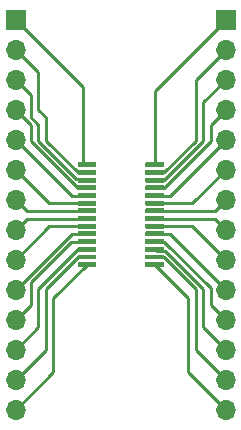
<source format=gtl>
G04 #@! TF.GenerationSoftware,KiCad,Pcbnew,(5.1.10)-1*
G04 #@! TF.CreationDate,2021-11-20T19:19:08-05:00*
G04 #@! TF.ProjectId,SM72442 Breakout Board,534d3732-3434-4322-9042-7265616b6f75,rev?*
G04 #@! TF.SameCoordinates,Original*
G04 #@! TF.FileFunction,Copper,L1,Top*
G04 #@! TF.FilePolarity,Positive*
%FSLAX46Y46*%
G04 Gerber Fmt 4.6, Leading zero omitted, Abs format (unit mm)*
G04 Created by KiCad (PCBNEW (5.1.10)-1) date 2021-11-20 19:19:08*
%MOMM*%
%LPD*%
G01*
G04 APERTURE LIST*
G04 #@! TA.AperFunction,ComponentPad*
%ADD10O,1.700000X1.700000*%
G04 #@! TD*
G04 #@! TA.AperFunction,ComponentPad*
%ADD11R,1.700000X1.700000*%
G04 #@! TD*
G04 #@! TA.AperFunction,Conductor*
%ADD12C,0.250000*%
G04 #@! TD*
G04 APERTURE END LIST*
D10*
G04 #@! TO.P,J1,14*
G04 #@! TO.N,/A0*
X129540000Y-151130000D03*
G04 #@! TO.P,J1,13*
G04 #@! TO.N,/VSSA*
X129540000Y-148590000D03*
G04 #@! TO.P,J1,12*
G04 #@! TO.N,/VDDA*
X129540000Y-146050000D03*
G04 #@! TO.P,J1,11*
G04 #@! TO.N,/PM_OUT*
X129540000Y-143510000D03*
G04 #@! TO.P,J1,10*
G04 #@! TO.N,/NC3*
X129540000Y-140970000D03*
G04 #@! TO.P,J1,9*
G04 #@! TO.N,/SDA*
X129540000Y-138430000D03*
G04 #@! TO.P,J1,8*
G04 #@! TO.N,/SCL*
X129540000Y-135890000D03*
G04 #@! TO.P,J1,7*
G04 #@! TO.N,/I2C1*
X129540000Y-133350000D03*
G04 #@! TO.P,J1,6*
G04 #@! TO.N,/I2C0*
X129540000Y-130810000D03*
G04 #@! TO.P,J1,5*
G04 #@! TO.N,/NC2*
X129540000Y-128270000D03*
G04 #@! TO.P,J1,4*
G04 #@! TO.N,/VSSD*
X129540000Y-125730000D03*
G04 #@! TO.P,J1,3*
G04 #@! TO.N,/VDDD*
X129540000Y-123190000D03*
G04 #@! TO.P,J1,2*
G04 #@! TO.N,/NC1*
X129540000Y-120650000D03*
D11*
G04 #@! TO.P,J1,1*
G04 #@! TO.N,/\u002ARST*
X129540000Y-118110000D03*
G04 #@! TD*
G04 #@! TO.P,J2,1*
G04 #@! TO.N,/PM*
X147320000Y-118110000D03*
D10*
G04 #@! TO.P,J2,2*
G04 #@! TO.N,/LIA*
X147320000Y-120650000D03*
G04 #@! TO.P,J2,3*
G04 #@! TO.N,/HIA*
X147320000Y-123190000D03*
G04 #@! TO.P,J2,4*
G04 #@! TO.N,/HIB*
X147320000Y-125730000D03*
G04 #@! TO.P,J2,5*
G04 #@! TO.N,/LIB*
X147320000Y-128270000D03*
G04 #@! TO.P,J2,6*
G04 #@! TO.N,/NC4*
X147320000Y-130810000D03*
G04 #@! TO.P,J2,7*
G04 #@! TO.N,/I2C2*
X147320000Y-133350000D03*
G04 #@! TO.P,J2,8*
G04 #@! TO.N,/AIOUT*
X147320000Y-135890000D03*
G04 #@! TO.P,J2,9*
G04 #@! TO.N,/A6*
X147320000Y-138430000D03*
G04 #@! TO.P,J2,10*
G04 #@! TO.N,/AIIN*
X147320000Y-140970000D03*
G04 #@! TO.P,J2,11*
G04 #@! TO.N,/A4*
X147320000Y-143510000D03*
G04 #@! TO.P,J2,12*
G04 #@! TO.N,/AVOUT*
X147320000Y-146050000D03*
G04 #@! TO.P,J2,13*
G04 #@! TO.N,/A2*
X147320000Y-148590000D03*
G04 #@! TO.P,J2,14*
G04 #@! TO.N,/AVIN*
X147320000Y-151130000D03*
G04 #@! TD*
G04 #@! TO.P,U1,1*
G04 #@! TO.N,/\u002ARST*
G04 #@! TA.AperFunction,SMDPad,CuDef*
G36*
G01*
X134775000Y-130579500D02*
X134775000Y-130210500D01*
G75*
G02*
X134795500Y-130190000I20500J0D01*
G01*
X136324500Y-130190000D01*
G75*
G02*
X136345000Y-130210500I0J-20500D01*
G01*
X136345000Y-130579500D01*
G75*
G02*
X136324500Y-130600000I-20500J0D01*
G01*
X134795500Y-130600000D01*
G75*
G02*
X134775000Y-130579500I0J20500D01*
G01*
G37*
G04 #@! TD.AperFunction*
G04 #@! TO.P,U1,2*
G04 #@! TO.N,/NC1*
G04 #@! TA.AperFunction,SMDPad,CuDef*
G36*
G01*
X134775000Y-131229500D02*
X134775000Y-130860500D01*
G75*
G02*
X134795500Y-130840000I20500J0D01*
G01*
X136324500Y-130840000D01*
G75*
G02*
X136345000Y-130860500I0J-20500D01*
G01*
X136345000Y-131229500D01*
G75*
G02*
X136324500Y-131250000I-20500J0D01*
G01*
X134795500Y-131250000D01*
G75*
G02*
X134775000Y-131229500I0J20500D01*
G01*
G37*
G04 #@! TD.AperFunction*
G04 #@! TO.P,U1,3*
G04 #@! TO.N,/VDDD*
G04 #@! TA.AperFunction,SMDPad,CuDef*
G36*
G01*
X134775000Y-131879500D02*
X134775000Y-131510500D01*
G75*
G02*
X134795500Y-131490000I20500J0D01*
G01*
X136324500Y-131490000D01*
G75*
G02*
X136345000Y-131510500I0J-20500D01*
G01*
X136345000Y-131879500D01*
G75*
G02*
X136324500Y-131900000I-20500J0D01*
G01*
X134795500Y-131900000D01*
G75*
G02*
X134775000Y-131879500I0J20500D01*
G01*
G37*
G04 #@! TD.AperFunction*
G04 #@! TO.P,U1,4*
G04 #@! TO.N,/VSSD*
G04 #@! TA.AperFunction,SMDPad,CuDef*
G36*
G01*
X134775000Y-132529500D02*
X134775000Y-132160500D01*
G75*
G02*
X134795500Y-132140000I20500J0D01*
G01*
X136324500Y-132140000D01*
G75*
G02*
X136345000Y-132160500I0J-20500D01*
G01*
X136345000Y-132529500D01*
G75*
G02*
X136324500Y-132550000I-20500J0D01*
G01*
X134795500Y-132550000D01*
G75*
G02*
X134775000Y-132529500I0J20500D01*
G01*
G37*
G04 #@! TD.AperFunction*
G04 #@! TO.P,U1,5*
G04 #@! TO.N,/NC2*
G04 #@! TA.AperFunction,SMDPad,CuDef*
G36*
G01*
X134775000Y-133179500D02*
X134775000Y-132810500D01*
G75*
G02*
X134795500Y-132790000I20500J0D01*
G01*
X136324500Y-132790000D01*
G75*
G02*
X136345000Y-132810500I0J-20500D01*
G01*
X136345000Y-133179500D01*
G75*
G02*
X136324500Y-133200000I-20500J0D01*
G01*
X134795500Y-133200000D01*
G75*
G02*
X134775000Y-133179500I0J20500D01*
G01*
G37*
G04 #@! TD.AperFunction*
G04 #@! TO.P,U1,6*
G04 #@! TO.N,/I2C0*
G04 #@! TA.AperFunction,SMDPad,CuDef*
G36*
G01*
X134775000Y-133829500D02*
X134775000Y-133460500D01*
G75*
G02*
X134795500Y-133440000I20500J0D01*
G01*
X136324500Y-133440000D01*
G75*
G02*
X136345000Y-133460500I0J-20500D01*
G01*
X136345000Y-133829500D01*
G75*
G02*
X136324500Y-133850000I-20500J0D01*
G01*
X134795500Y-133850000D01*
G75*
G02*
X134775000Y-133829500I0J20500D01*
G01*
G37*
G04 #@! TD.AperFunction*
G04 #@! TO.P,U1,7*
G04 #@! TO.N,/I2C1*
G04 #@! TA.AperFunction,SMDPad,CuDef*
G36*
G01*
X134775000Y-134479500D02*
X134775000Y-134110500D01*
G75*
G02*
X134795500Y-134090000I20500J0D01*
G01*
X136324500Y-134090000D01*
G75*
G02*
X136345000Y-134110500I0J-20500D01*
G01*
X136345000Y-134479500D01*
G75*
G02*
X136324500Y-134500000I-20500J0D01*
G01*
X134795500Y-134500000D01*
G75*
G02*
X134775000Y-134479500I0J20500D01*
G01*
G37*
G04 #@! TD.AperFunction*
G04 #@! TO.P,U1,8*
G04 #@! TO.N,/SCL*
G04 #@! TA.AperFunction,SMDPad,CuDef*
G36*
G01*
X134775000Y-135129500D02*
X134775000Y-134760500D01*
G75*
G02*
X134795500Y-134740000I20500J0D01*
G01*
X136324500Y-134740000D01*
G75*
G02*
X136345000Y-134760500I0J-20500D01*
G01*
X136345000Y-135129500D01*
G75*
G02*
X136324500Y-135150000I-20500J0D01*
G01*
X134795500Y-135150000D01*
G75*
G02*
X134775000Y-135129500I0J20500D01*
G01*
G37*
G04 #@! TD.AperFunction*
G04 #@! TO.P,U1,9*
G04 #@! TO.N,/SDA*
G04 #@! TA.AperFunction,SMDPad,CuDef*
G36*
G01*
X134775000Y-135779500D02*
X134775000Y-135410500D01*
G75*
G02*
X134795500Y-135390000I20500J0D01*
G01*
X136324500Y-135390000D01*
G75*
G02*
X136345000Y-135410500I0J-20500D01*
G01*
X136345000Y-135779500D01*
G75*
G02*
X136324500Y-135800000I-20500J0D01*
G01*
X134795500Y-135800000D01*
G75*
G02*
X134775000Y-135779500I0J20500D01*
G01*
G37*
G04 #@! TD.AperFunction*
G04 #@! TO.P,U1,10*
G04 #@! TO.N,/NC3*
G04 #@! TA.AperFunction,SMDPad,CuDef*
G36*
G01*
X134775000Y-136429500D02*
X134775000Y-136060500D01*
G75*
G02*
X134795500Y-136040000I20500J0D01*
G01*
X136324500Y-136040000D01*
G75*
G02*
X136345000Y-136060500I0J-20500D01*
G01*
X136345000Y-136429500D01*
G75*
G02*
X136324500Y-136450000I-20500J0D01*
G01*
X134795500Y-136450000D01*
G75*
G02*
X134775000Y-136429500I0J20500D01*
G01*
G37*
G04 #@! TD.AperFunction*
G04 #@! TO.P,U1,11*
G04 #@! TO.N,/PM_OUT*
G04 #@! TA.AperFunction,SMDPad,CuDef*
G36*
G01*
X134775000Y-137079500D02*
X134775000Y-136710500D01*
G75*
G02*
X134795500Y-136690000I20500J0D01*
G01*
X136324500Y-136690000D01*
G75*
G02*
X136345000Y-136710500I0J-20500D01*
G01*
X136345000Y-137079500D01*
G75*
G02*
X136324500Y-137100000I-20500J0D01*
G01*
X134795500Y-137100000D01*
G75*
G02*
X134775000Y-137079500I0J20500D01*
G01*
G37*
G04 #@! TD.AperFunction*
G04 #@! TO.P,U1,12*
G04 #@! TO.N,/VDDA*
G04 #@! TA.AperFunction,SMDPad,CuDef*
G36*
G01*
X134775000Y-137729500D02*
X134775000Y-137360500D01*
G75*
G02*
X134795500Y-137340000I20500J0D01*
G01*
X136324500Y-137340000D01*
G75*
G02*
X136345000Y-137360500I0J-20500D01*
G01*
X136345000Y-137729500D01*
G75*
G02*
X136324500Y-137750000I-20500J0D01*
G01*
X134795500Y-137750000D01*
G75*
G02*
X134775000Y-137729500I0J20500D01*
G01*
G37*
G04 #@! TD.AperFunction*
G04 #@! TO.P,U1,13*
G04 #@! TO.N,/VSSA*
G04 #@! TA.AperFunction,SMDPad,CuDef*
G36*
G01*
X134775000Y-138379500D02*
X134775000Y-138010500D01*
G75*
G02*
X134795500Y-137990000I20500J0D01*
G01*
X136324500Y-137990000D01*
G75*
G02*
X136345000Y-138010500I0J-20500D01*
G01*
X136345000Y-138379500D01*
G75*
G02*
X136324500Y-138400000I-20500J0D01*
G01*
X134795500Y-138400000D01*
G75*
G02*
X134775000Y-138379500I0J20500D01*
G01*
G37*
G04 #@! TD.AperFunction*
G04 #@! TO.P,U1,14*
G04 #@! TO.N,/A0*
G04 #@! TA.AperFunction,SMDPad,CuDef*
G36*
G01*
X134775000Y-139029500D02*
X134775000Y-138660500D01*
G75*
G02*
X134795500Y-138640000I20500J0D01*
G01*
X136324500Y-138640000D01*
G75*
G02*
X136345000Y-138660500I0J-20500D01*
G01*
X136345000Y-139029500D01*
G75*
G02*
X136324500Y-139050000I-20500J0D01*
G01*
X134795500Y-139050000D01*
G75*
G02*
X134775000Y-139029500I0J20500D01*
G01*
G37*
G04 #@! TD.AperFunction*
G04 #@! TO.P,U1,15*
G04 #@! TO.N,/AVIN*
G04 #@! TA.AperFunction,SMDPad,CuDef*
G36*
G01*
X140515000Y-139029500D02*
X140515000Y-138660500D01*
G75*
G02*
X140535500Y-138640000I20500J0D01*
G01*
X142064500Y-138640000D01*
G75*
G02*
X142085000Y-138660500I0J-20500D01*
G01*
X142085000Y-139029500D01*
G75*
G02*
X142064500Y-139050000I-20500J0D01*
G01*
X140535500Y-139050000D01*
G75*
G02*
X140515000Y-139029500I0J20500D01*
G01*
G37*
G04 #@! TD.AperFunction*
G04 #@! TO.P,U1,16*
G04 #@! TO.N,/A2*
G04 #@! TA.AperFunction,SMDPad,CuDef*
G36*
G01*
X140515000Y-138379500D02*
X140515000Y-138010500D01*
G75*
G02*
X140535500Y-137990000I20500J0D01*
G01*
X142064500Y-137990000D01*
G75*
G02*
X142085000Y-138010500I0J-20500D01*
G01*
X142085000Y-138379500D01*
G75*
G02*
X142064500Y-138400000I-20500J0D01*
G01*
X140535500Y-138400000D01*
G75*
G02*
X140515000Y-138379500I0J20500D01*
G01*
G37*
G04 #@! TD.AperFunction*
G04 #@! TO.P,U1,17*
G04 #@! TO.N,/AVOUT*
G04 #@! TA.AperFunction,SMDPad,CuDef*
G36*
G01*
X140515000Y-137729500D02*
X140515000Y-137360500D01*
G75*
G02*
X140535500Y-137340000I20500J0D01*
G01*
X142064500Y-137340000D01*
G75*
G02*
X142085000Y-137360500I0J-20500D01*
G01*
X142085000Y-137729500D01*
G75*
G02*
X142064500Y-137750000I-20500J0D01*
G01*
X140535500Y-137750000D01*
G75*
G02*
X140515000Y-137729500I0J20500D01*
G01*
G37*
G04 #@! TD.AperFunction*
G04 #@! TO.P,U1,18*
G04 #@! TO.N,/A4*
G04 #@! TA.AperFunction,SMDPad,CuDef*
G36*
G01*
X140515000Y-137079500D02*
X140515000Y-136710500D01*
G75*
G02*
X140535500Y-136690000I20500J0D01*
G01*
X142064500Y-136690000D01*
G75*
G02*
X142085000Y-136710500I0J-20500D01*
G01*
X142085000Y-137079500D01*
G75*
G02*
X142064500Y-137100000I-20500J0D01*
G01*
X140535500Y-137100000D01*
G75*
G02*
X140515000Y-137079500I0J20500D01*
G01*
G37*
G04 #@! TD.AperFunction*
G04 #@! TO.P,U1,19*
G04 #@! TO.N,/AIIN*
G04 #@! TA.AperFunction,SMDPad,CuDef*
G36*
G01*
X140515000Y-136429500D02*
X140515000Y-136060500D01*
G75*
G02*
X140535500Y-136040000I20500J0D01*
G01*
X142064500Y-136040000D01*
G75*
G02*
X142085000Y-136060500I0J-20500D01*
G01*
X142085000Y-136429500D01*
G75*
G02*
X142064500Y-136450000I-20500J0D01*
G01*
X140535500Y-136450000D01*
G75*
G02*
X140515000Y-136429500I0J20500D01*
G01*
G37*
G04 #@! TD.AperFunction*
G04 #@! TO.P,U1,20*
G04 #@! TO.N,/A6*
G04 #@! TA.AperFunction,SMDPad,CuDef*
G36*
G01*
X140515000Y-135779500D02*
X140515000Y-135410500D01*
G75*
G02*
X140535500Y-135390000I20500J0D01*
G01*
X142064500Y-135390000D01*
G75*
G02*
X142085000Y-135410500I0J-20500D01*
G01*
X142085000Y-135779500D01*
G75*
G02*
X142064500Y-135800000I-20500J0D01*
G01*
X140535500Y-135800000D01*
G75*
G02*
X140515000Y-135779500I0J20500D01*
G01*
G37*
G04 #@! TD.AperFunction*
G04 #@! TO.P,U1,21*
G04 #@! TO.N,/AIOUT*
G04 #@! TA.AperFunction,SMDPad,CuDef*
G36*
G01*
X140515000Y-135129500D02*
X140515000Y-134760500D01*
G75*
G02*
X140535500Y-134740000I20500J0D01*
G01*
X142064500Y-134740000D01*
G75*
G02*
X142085000Y-134760500I0J-20500D01*
G01*
X142085000Y-135129500D01*
G75*
G02*
X142064500Y-135150000I-20500J0D01*
G01*
X140535500Y-135150000D01*
G75*
G02*
X140515000Y-135129500I0J20500D01*
G01*
G37*
G04 #@! TD.AperFunction*
G04 #@! TO.P,U1,22*
G04 #@! TO.N,/I2C2*
G04 #@! TA.AperFunction,SMDPad,CuDef*
G36*
G01*
X140515000Y-134479500D02*
X140515000Y-134110500D01*
G75*
G02*
X140535500Y-134090000I20500J0D01*
G01*
X142064500Y-134090000D01*
G75*
G02*
X142085000Y-134110500I0J-20500D01*
G01*
X142085000Y-134479500D01*
G75*
G02*
X142064500Y-134500000I-20500J0D01*
G01*
X140535500Y-134500000D01*
G75*
G02*
X140515000Y-134479500I0J20500D01*
G01*
G37*
G04 #@! TD.AperFunction*
G04 #@! TO.P,U1,23*
G04 #@! TO.N,/NC4*
G04 #@! TA.AperFunction,SMDPad,CuDef*
G36*
G01*
X140515000Y-133829500D02*
X140515000Y-133460500D01*
G75*
G02*
X140535500Y-133440000I20500J0D01*
G01*
X142064500Y-133440000D01*
G75*
G02*
X142085000Y-133460500I0J-20500D01*
G01*
X142085000Y-133829500D01*
G75*
G02*
X142064500Y-133850000I-20500J0D01*
G01*
X140535500Y-133850000D01*
G75*
G02*
X140515000Y-133829500I0J20500D01*
G01*
G37*
G04 #@! TD.AperFunction*
G04 #@! TO.P,U1,24*
G04 #@! TO.N,/LIB*
G04 #@! TA.AperFunction,SMDPad,CuDef*
G36*
G01*
X140515000Y-133179500D02*
X140515000Y-132810500D01*
G75*
G02*
X140535500Y-132790000I20500J0D01*
G01*
X142064500Y-132790000D01*
G75*
G02*
X142085000Y-132810500I0J-20500D01*
G01*
X142085000Y-133179500D01*
G75*
G02*
X142064500Y-133200000I-20500J0D01*
G01*
X140535500Y-133200000D01*
G75*
G02*
X140515000Y-133179500I0J20500D01*
G01*
G37*
G04 #@! TD.AperFunction*
G04 #@! TO.P,U1,25*
G04 #@! TO.N,/HIB*
G04 #@! TA.AperFunction,SMDPad,CuDef*
G36*
G01*
X140515000Y-132529500D02*
X140515000Y-132160500D01*
G75*
G02*
X140535500Y-132140000I20500J0D01*
G01*
X142064500Y-132140000D01*
G75*
G02*
X142085000Y-132160500I0J-20500D01*
G01*
X142085000Y-132529500D01*
G75*
G02*
X142064500Y-132550000I-20500J0D01*
G01*
X140535500Y-132550000D01*
G75*
G02*
X140515000Y-132529500I0J20500D01*
G01*
G37*
G04 #@! TD.AperFunction*
G04 #@! TO.P,U1,26*
G04 #@! TO.N,/HIA*
G04 #@! TA.AperFunction,SMDPad,CuDef*
G36*
G01*
X140515000Y-131879500D02*
X140515000Y-131510500D01*
G75*
G02*
X140535500Y-131490000I20500J0D01*
G01*
X142064500Y-131490000D01*
G75*
G02*
X142085000Y-131510500I0J-20500D01*
G01*
X142085000Y-131879500D01*
G75*
G02*
X142064500Y-131900000I-20500J0D01*
G01*
X140535500Y-131900000D01*
G75*
G02*
X140515000Y-131879500I0J20500D01*
G01*
G37*
G04 #@! TD.AperFunction*
G04 #@! TO.P,U1,27*
G04 #@! TO.N,/LIA*
G04 #@! TA.AperFunction,SMDPad,CuDef*
G36*
G01*
X140515000Y-131229500D02*
X140515000Y-130860500D01*
G75*
G02*
X140535500Y-130840000I20500J0D01*
G01*
X142064500Y-130840000D01*
G75*
G02*
X142085000Y-130860500I0J-20500D01*
G01*
X142085000Y-131229500D01*
G75*
G02*
X142064500Y-131250000I-20500J0D01*
G01*
X140535500Y-131250000D01*
G75*
G02*
X140515000Y-131229500I0J20500D01*
G01*
G37*
G04 #@! TD.AperFunction*
G04 #@! TO.P,U1,28*
G04 #@! TO.N,/PM*
G04 #@! TA.AperFunction,SMDPad,CuDef*
G36*
G01*
X140515000Y-130579500D02*
X140515000Y-130210500D01*
G75*
G02*
X140535500Y-130190000I20500J0D01*
G01*
X142064500Y-130190000D01*
G75*
G02*
X142085000Y-130210500I0J-20500D01*
G01*
X142085000Y-130579500D01*
G75*
G02*
X142064500Y-130600000I-20500J0D01*
G01*
X140535500Y-130600000D01*
G75*
G02*
X140515000Y-130579500I0J20500D01*
G01*
G37*
G04 #@! TD.AperFunction*
G04 #@! TD*
D12*
G04 #@! TO.N,/A0*
X129540000Y-151130000D02*
X132715000Y-147955000D01*
X132715000Y-141690000D02*
X135560000Y-138845000D01*
X132715000Y-147955000D02*
X132715000Y-141690000D01*
G04 #@! TO.N,/VSSA*
X129540000Y-148590000D02*
X132080000Y-146050000D01*
X134772372Y-138195000D02*
X135560000Y-138195000D01*
X132080000Y-140887372D02*
X134772372Y-138195000D01*
X132080000Y-146050000D02*
X132080000Y-140887372D01*
G04 #@! TO.N,/VDDA*
X129540000Y-146050000D02*
X131446410Y-144143590D01*
X134772372Y-137545000D02*
X135560000Y-137545000D01*
X131446410Y-140870962D02*
X134772372Y-137545000D01*
X131446410Y-144143590D02*
X131446410Y-140870962D01*
G04 #@! TO.N,/PM_OUT*
X134251410Y-136895000D02*
X135560000Y-136895000D01*
X130810000Y-140336410D02*
X134251410Y-136895000D01*
X130810000Y-142240000D02*
X130810000Y-140336410D01*
X129540000Y-143510000D02*
X130810000Y-142240000D01*
G04 #@! TO.N,/NC3*
X134265000Y-136245000D02*
X135560000Y-136245000D01*
X129540000Y-140970000D02*
X134265000Y-136245000D01*
G04 #@! TO.N,/SDA*
X132375000Y-135595000D02*
X135560000Y-135595000D01*
X129540000Y-138430000D02*
X132375000Y-135595000D01*
G04 #@! TO.N,/SCL*
X130485000Y-134945000D02*
X135560000Y-134945000D01*
X129540000Y-135890000D02*
X130485000Y-134945000D01*
G04 #@! TO.N,/I2C1*
X130485000Y-134295000D02*
X135560000Y-134295000D01*
X129540000Y-133350000D02*
X130485000Y-134295000D01*
G04 #@! TO.N,/I2C0*
X132375000Y-133645000D02*
X135560000Y-133645000D01*
X129540000Y-130810000D02*
X132375000Y-133645000D01*
G04 #@! TO.N,/NC2*
X134265000Y-132995000D02*
X135560000Y-132995000D01*
X129540000Y-128270000D02*
X134265000Y-132995000D01*
G04 #@! TO.N,/VSSD*
X129540000Y-125730000D02*
X130810000Y-127000000D01*
X134772372Y-132345000D02*
X135560000Y-132345000D01*
X130810000Y-128382628D02*
X134772372Y-132345000D01*
X130810000Y-127000000D02*
X130810000Y-128382628D01*
G04 #@! TO.N,/VDDD*
X129540000Y-123190000D02*
X130810000Y-124460000D01*
X130810000Y-124460000D02*
X130810000Y-126363590D01*
X130810000Y-126363590D02*
X131445000Y-126998590D01*
X135440010Y-131575010D02*
X135560000Y-131695000D01*
X134652382Y-131575010D02*
X135440010Y-131575010D01*
X131445000Y-128367628D02*
X134652382Y-131575010D01*
X131445000Y-126998590D02*
X131445000Y-128367628D01*
G04 #@! TO.N,/NC1*
X129540000Y-120650000D02*
X131445000Y-122555000D01*
X131445000Y-122555000D02*
X131445000Y-125730000D01*
X131445000Y-125730000D02*
X132080000Y-126365000D01*
X132080000Y-128352628D02*
X134772372Y-131045000D01*
X134772372Y-131045000D02*
X135560000Y-131045000D01*
X132080000Y-126365000D02*
X132080000Y-128352628D01*
G04 #@! TO.N,/\u002ARST*
X129540000Y-118110000D02*
X135255000Y-123825000D01*
X135475000Y-130395000D02*
X135560000Y-130395000D01*
X135255000Y-130175000D02*
X135475000Y-130395000D01*
X135255000Y-123825000D02*
X135255000Y-130175000D01*
G04 #@! TO.N,/AVIN*
X147320000Y-151130000D02*
X144145000Y-147955000D01*
X144145000Y-141690000D02*
X141300000Y-138845000D01*
X144145000Y-147955000D02*
X144145000Y-141690000D01*
G04 #@! TO.N,/A2*
X147320000Y-148590000D02*
X144780000Y-146050000D01*
X142087628Y-138195000D02*
X141300000Y-138195000D01*
X144780000Y-140887372D02*
X142087628Y-138195000D01*
X144780000Y-146050000D02*
X144780000Y-140887372D01*
G04 #@! TO.N,/AVOUT*
X147320000Y-146050000D02*
X145415000Y-144145000D01*
X141419990Y-137664990D02*
X141300000Y-137545000D01*
X142207618Y-137664990D02*
X141419990Y-137664990D01*
X145415000Y-140872372D02*
X142207618Y-137664990D01*
X145415000Y-144145000D02*
X145415000Y-140872372D01*
G04 #@! TO.N,/A4*
X147320000Y-143510000D02*
X146050000Y-142240000D01*
X142087628Y-136895000D02*
X141300000Y-136895000D01*
X146050000Y-140857372D02*
X142087628Y-136895000D01*
X146050000Y-142240000D02*
X146050000Y-140857372D01*
G04 #@! TO.N,/AIIN*
X142595000Y-136245000D02*
X141300000Y-136245000D01*
X147320000Y-140970000D02*
X142595000Y-136245000D01*
G04 #@! TO.N,/A6*
X144485000Y-135595000D02*
X141300000Y-135595000D01*
X147320000Y-138430000D02*
X144485000Y-135595000D01*
G04 #@! TO.N,/AIOUT*
X146375000Y-134945000D02*
X141300000Y-134945000D01*
X147320000Y-135890000D02*
X146375000Y-134945000D01*
G04 #@! TO.N,/I2C2*
X146375000Y-134295000D02*
X141300000Y-134295000D01*
X147320000Y-133350000D02*
X146375000Y-134295000D01*
G04 #@! TO.N,/NC4*
X144485000Y-133645000D02*
X141300000Y-133645000D01*
X147320000Y-130810000D02*
X144485000Y-133645000D01*
G04 #@! TO.N,/LIB*
X142595000Y-132995000D02*
X141300000Y-132995000D01*
X147320000Y-128270000D02*
X142595000Y-132995000D01*
G04 #@! TO.N,/HIB*
X147320000Y-125730000D02*
X146050000Y-127000000D01*
X142087628Y-132345000D02*
X141300000Y-132345000D01*
X146050000Y-128382628D02*
X142087628Y-132345000D01*
X146050000Y-127000000D02*
X146050000Y-128382628D01*
G04 #@! TO.N,/HIA*
X142087628Y-131695000D02*
X141300000Y-131695000D01*
X145415000Y-128367628D02*
X142087628Y-131695000D01*
X145415000Y-125095000D02*
X145415000Y-128367628D01*
X147320000Y-123190000D02*
X145415000Y-125095000D01*
G04 #@! TO.N,/LIA*
X147320000Y-120650000D02*
X144780000Y-123190000D01*
X142087628Y-131045000D02*
X141300000Y-131045000D01*
X144780000Y-128352628D02*
X142087628Y-131045000D01*
X144780000Y-123190000D02*
X144780000Y-128352628D01*
G04 #@! TO.N,/PM*
X141300000Y-124130000D02*
X141300000Y-130395000D01*
X147320000Y-118110000D02*
X141300000Y-124130000D01*
G04 #@! TD*
M02*

</source>
